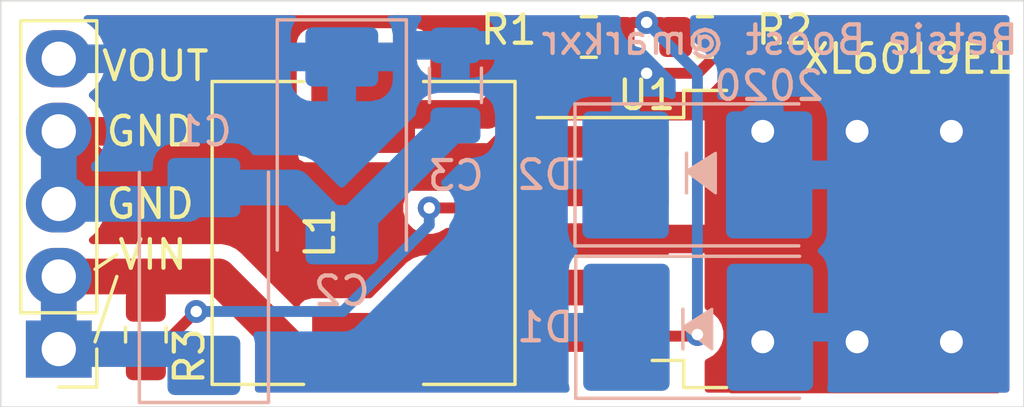
<source format=kicad_pcb>
(kicad_pcb (version 20190907) (host pcbnew "5.99.0-unknown-e6346c7~100~ubuntu18.04.1")

  (general
    (thickness 1.6)
    (drawings 21)
    (tracks 67)
    (modules 11)
    (nets 7)
  )

  (page "A4")
  (title_block
    (title "Betsie Boost")
    (date "2020-01-06")
    (rev "1")
    (company "Mark Robson")
  )

  (layers
    (0 "F.Cu" signal hide)
    (31 "B.Cu" signal)
    (32 "B.Adhes" user hide)
    (33 "F.Adhes" user hide)
    (34 "B.Paste" user)
    (35 "F.Paste" user hide)
    (36 "B.SilkS" user)
    (37 "F.SilkS" user hide)
    (38 "B.Mask" user)
    (39 "F.Mask" user hide)
    (40 "Dwgs.User" user hide)
    (41 "Cmts.User" user hide)
    (42 "Eco1.User" user hide)
    (43 "Eco2.User" user hide)
    (44 "Edge.Cuts" user)
    (45 "Margin" user hide)
    (46 "B.CrtYd" user)
    (47 "F.CrtYd" user hide)
    (48 "B.Fab" user)
    (49 "F.Fab" user hide)
  )

  (setup
    (last_trace_width 0.381)
    (user_trace_width 0.8)
    (user_trace_width 1)
    (user_trace_width 1.25)
    (trace_clearance 0.2)
    (zone_clearance 0.508)
    (zone_45_only no)
    (trace_min 0.2)
    (via_size 0.8)
    (via_drill 0.4)
    (via_min_size 0.4)
    (via_min_drill 0.3)
    (user_via 2 0.8)
    (uvia_size 0.3)
    (uvia_drill 0.1)
    (uvias_allowed no)
    (uvia_min_size 0.2)
    (uvia_min_drill 0.1)
    (max_error 0.005)
    (defaults
      (edge_clearance 0.01)
      (edge_cuts_line_width 0.05)
      (courtyard_line_width 0.05)
      (copper_line_width 0.2)
      (copper_text_dims (size 1.5 1.5) (thickness 0.3))
      (silk_line_width 0.12)
      (silk_text_dims (size 1 1) (thickness 0.15))
      (other_layers_line_width 0.1)
      (other_layers_text_dims (size 1 1) (thickness 0.15))
    )
    (pad_size 1.524 1.524)
    (pad_drill 0.762)
    (pad_to_mask_clearance 0.051)
    (solder_mask_min_width 0.25)
    (aux_axis_origin 0 0)
    (grid_origin 114.3 109.474)
    (visible_elements 7FFFFFFF)
    (pcbplotparams
      (layerselection 0x010fc_ffffffff)
      (usegerberextensions false)
      (usegerberattributes false)
      (usegerberadvancedattributes false)
      (creategerberjobfile false)
      (excludeedgelayer true)
      (linewidth 0.100000)
      (plotframeref false)
      (viasonmask false)
      (mode 1)
      (useauxorigin false)
      (hpglpennumber 1)
      (hpglpenspeed 20)
      (hpglpendiameter 15.000000)
      (psnegative false)
      (psa4output false)
      (plotreference true)
      (plotvalue true)
      (plotinvisibletext false)
      (padsonsilk false)
      (subtractmaskfromsilk false)
      (outputformat 1)
      (mirror false)
      (drillshape 1)
      (scaleselection 1)
      (outputdirectory "")
    )
  )

  (net 0 "")
  (net 1 "GND")
  (net 2 "/VIN")
  (net 3 "/VOUT")
  (net 4 "/SW")
  (net 5 "/FB")
  (net 6 "/EN")

  (net_class "Default" "This is the default net class."
    (clearance 0.2)
    (trace_width 0.381)
    (via_dia 0.8)
    (via_drill 0.4)
    (uvia_dia 0.3)
    (uvia_drill 0.1)
    (add_net "/EN")
    (add_net "/FB")
    (add_net "/SW")
    (add_net "/VIN")
    (add_net "/VOUT")
    (add_net "GND")
  )

  (module "Capacitor_SMD:C_1206_3216Metric" (layer "B.Cu") (tedit 5B301BBE) (tstamp 5E131FE0)
    (at 130.21564 98.21118 -90)
    (descr "Capacitor SMD 1206 (3216 Metric), square (rectangular) end terminal, IPC_7351 nominal, (Body size source: http://www.tortai-tech.com/upload/download/2011102023233369053.pdf), generated with kicad-footprint-generator")
    (tags "capacitor")
    (path "/5E1335E7")
    (attr smd)
    (fp_text reference "C3" (at 3.16022 -0.01524) (layer "B.SilkS")
      (effects (font (size 1 1) (thickness 0.15)) (justify mirror))
    )
    (fp_text value "10uF" (at 0 -1.82 -90) (layer "B.Fab")
      (effects (font (size 1 1) (thickness 0.15)) (justify mirror))
    )
    (fp_text user "%R" (at 0 0 -90) (layer "B.Fab")
      (effects (font (size 0.8 0.8) (thickness 0.12)) (justify mirror))
    )
    (fp_line (start 2.28 -1.12) (end -2.28 -1.12) (layer "B.CrtYd") (width 0.05))
    (fp_line (start 2.28 1.12) (end 2.28 -1.12) (layer "B.CrtYd") (width 0.05))
    (fp_line (start -2.28 1.12) (end 2.28 1.12) (layer "B.CrtYd") (width 0.05))
    (fp_line (start -2.28 -1.12) (end -2.28 1.12) (layer "B.CrtYd") (width 0.05))
    (fp_line (start -0.602064 -0.91) (end 0.602064 -0.91) (layer "B.SilkS") (width 0.12))
    (fp_line (start -0.602064 0.91) (end 0.602064 0.91) (layer "B.SilkS") (width 0.12))
    (fp_line (start 1.6 -0.8) (end -1.6 -0.8) (layer "B.Fab") (width 0.1))
    (fp_line (start 1.6 0.8) (end 1.6 -0.8) (layer "B.Fab") (width 0.1))
    (fp_line (start -1.6 0.8) (end 1.6 0.8) (layer "B.Fab") (width 0.1))
    (fp_line (start -1.6 -0.8) (end -1.6 0.8) (layer "B.Fab") (width 0.1))
    (pad "2" smd roundrect (at 1.4 0 270) (size 1.25 1.75) (layers "B.Cu" "B.Paste" "B.Mask") (roundrect_rratio 0.2)
      (net 1 "GND"))
    (pad "1" smd roundrect (at -1.4 0 270) (size 1.25 1.75) (layers "B.Cu" "B.Paste" "B.Mask") (roundrect_rratio 0.2)
      (net 3 "/VOUT"))
    (model "${KISYS3DMOD}/Capacitor_SMD.3dshapes/C_1206_3216Metric.wrl"
      (at (xyz 0 0 0))
      (scale (xyz 1 1 1))
      (rotate (xyz 0 0 0))
    )
  )

  (module "Diode_SMD:D_2816_7142Metric" (layer "B.Cu") (tedit 5B341557) (tstamp 5D2CC3DA)
    (at 138.684 101.346)
    (descr "Diode SMD 2816 (7142 Metric), square (rectangular) end terminal, IPC_7351 nominal, (Body size from: https://www.vishay.com/docs/30100/wsl.pdf), generated with kicad-footprint-generator")
    (tags "diode")
    (path "/5D2C77C8")
    (attr smd)
    (fp_text reference "D2" (at -5.334 0) (layer "B.SilkS")
      (effects (font (size 1 1) (thickness 0.15)) (justify mirror))
    )
    (fp_text value "SS420C" (at 0 -3.18) (layer "B.Fab")
      (effects (font (size 1 1) (thickness 0.15)) (justify mirror))
    )
    (fp_text user "%R" (at 0 0) (layer "B.Fab")
      (effects (font (size 1 1) (thickness 0.15)) (justify mirror))
    )
    (fp_line (start 4.28 -2.48) (end -4.28 -2.48) (layer "B.CrtYd") (width 0.05))
    (fp_line (start 4.28 2.48) (end 4.28 -2.48) (layer "B.CrtYd") (width 0.05))
    (fp_line (start -4.28 2.48) (end 4.28 2.48) (layer "B.CrtYd") (width 0.05))
    (fp_line (start -4.28 -2.48) (end -4.28 2.48) (layer "B.CrtYd") (width 0.05))
    (fp_line (start -4.285 -2.485) (end 3.55 -2.485) (layer "B.SilkS") (width 0.12))
    (fp_line (start -4.285 2.485) (end -4.285 -2.485) (layer "B.SilkS") (width 0.12))
    (fp_line (start 3.55 2.485) (end -4.285 2.485) (layer "B.SilkS") (width 0.12))
    (fp_line (start 3.55 -2.1) (end 3.55 2.1) (layer "B.Fab") (width 0.1))
    (fp_line (start -3.55 -2.1) (end 3.55 -2.1) (layer "B.Fab") (width 0.1))
    (fp_line (start -3.55 1.1) (end -3.55 -2.1) (layer "B.Fab") (width 0.1))
    (fp_line (start -2.55 2.1) (end -3.55 1.1) (layer "B.Fab") (width 0.1))
    (fp_line (start 3.55 2.1) (end -2.55 2.1) (layer "B.Fab") (width 0.1))
    (pad "2" smd roundrect (at 2.5125 0) (size 3.025 4.45) (layers "B.Cu" "B.Paste" "B.Mask") (roundrect_rratio 0.082645)
      (net 4 "/SW"))
    (pad "1" smd roundrect (at -2.5125 0) (size 3.025 4.45) (layers "B.Cu" "B.Paste" "B.Mask") (roundrect_rratio 0.082645)
      (net 3 "/VOUT"))
    (model "${KISYS3DMOD}/Diode_SMD.3dshapes/D_2816_7142Metric.wrl"
      (at (xyz 0 0 0))
      (scale (xyz 1 1 1))
      (rotate (xyz 0 0 0))
    )
  )

  (module "Diode_SMD:D_2816_7142Metric" (layer "B.Cu") (tedit 5B341557) (tstamp 5D2CC716)
    (at 138.7115 106.68)
    (descr "Diode SMD 2816 (7142 Metric), square (rectangular) end terminal, IPC_7351 nominal, (Body size from: https://www.vishay.com/docs/30100/wsl.pdf), generated with kicad-footprint-generator")
    (tags "diode")
    (path "/5D290329")
    (attr smd)
    (fp_text reference "D1" (at -5.3615 0) (layer "B.SilkS")
      (effects (font (size 1 1) (thickness 0.15)) (justify mirror))
    )
    (fp_text value "SS420C" (at 0 -3.18) (layer "B.Fab")
      (effects (font (size 1 1) (thickness 0.15)) (justify mirror))
    )
    (fp_text user "%R" (at 0 0) (layer "B.Fab")
      (effects (font (size 1 1) (thickness 0.15)) (justify mirror))
    )
    (fp_line (start 4.28 -2.48) (end -4.28 -2.48) (layer "B.CrtYd") (width 0.05))
    (fp_line (start 4.28 2.48) (end 4.28 -2.48) (layer "B.CrtYd") (width 0.05))
    (fp_line (start -4.28 2.48) (end 4.28 2.48) (layer "B.CrtYd") (width 0.05))
    (fp_line (start -4.28 -2.48) (end -4.28 2.48) (layer "B.CrtYd") (width 0.05))
    (fp_line (start -4.285 -2.485) (end 3.55 -2.485) (layer "B.SilkS") (width 0.12))
    (fp_line (start -4.285 2.485) (end -4.285 -2.485) (layer "B.SilkS") (width 0.12))
    (fp_line (start 3.55 2.485) (end -4.285 2.485) (layer "B.SilkS") (width 0.12))
    (fp_line (start 3.55 -2.1) (end 3.55 2.1) (layer "B.Fab") (width 0.1))
    (fp_line (start -3.55 -2.1) (end 3.55 -2.1) (layer "B.Fab") (width 0.1))
    (fp_line (start -3.55 1.1) (end -3.55 -2.1) (layer "B.Fab") (width 0.1))
    (fp_line (start -2.55 2.1) (end -3.55 1.1) (layer "B.Fab") (width 0.1))
    (fp_line (start 3.55 2.1) (end -2.55 2.1) (layer "B.Fab") (width 0.1))
    (pad "2" smd roundrect (at 2.5125 0) (size 3.025 4.45) (layers "B.Cu" "B.Paste" "B.Mask") (roundrect_rratio 0.082645)
      (net 4 "/SW"))
    (pad "1" smd roundrect (at -2.5125 0) (size 3.025 4.45) (layers "B.Cu" "B.Paste" "B.Mask") (roundrect_rratio 0.082645)
      (net 3 "/VOUT"))
    (model "${KISYS3DMOD}/Diode_SMD.3dshapes/D_2816_7142Metric.wrl"
      (at (xyz 0 0 0))
      (scale (xyz 1 1 1))
      (rotate (xyz 0 0 0))
    )
  )

  (module "betsieboost:PinHeader_1x05_P2.54mm_BIG1" (layer "F.Cu") (tedit 5CA727DF) (tstamp 5D2B3871)
    (at 116.332 107.442 180)
    (descr "Through hole straight pin header, 1x05, 2.54mm pitch, single row")
    (tags "Through hole pin header THT 1x05 2.54mm single row")
    (path "/5D27F080")
    (fp_text reference "J1" (at -2.286 11.43 180) (layer "F.SilkS") hide
      (effects (font (size 1 1) (thickness 0.15)))
    )
    (fp_text value "Conn_01x03_Male" (at 0 12.49 180) (layer "F.Fab")
      (effects (font (size 1 1) (thickness 0.15)))
    )
    (fp_text user "%R" (at 0 5.08 270) (layer "F.Fab")
      (effects (font (size 1 1) (thickness 0.15)))
    )
    (fp_line (start 1.8 -1.8) (end -1.8 -1.8) (layer "F.CrtYd") (width 0.05))
    (fp_line (start 1.8 11.95) (end 1.8 -1.8) (layer "F.CrtYd") (width 0.05))
    (fp_line (start -1.8 11.95) (end 1.8 11.95) (layer "F.CrtYd") (width 0.05))
    (fp_line (start -1.8 -1.8) (end -1.8 11.95) (layer "F.CrtYd") (width 0.05))
    (fp_line (start -1.33 -1.33) (end 0 -1.33) (layer "F.SilkS") (width 0.12))
    (fp_line (start -1.33 0) (end -1.33 -1.33) (layer "F.SilkS") (width 0.12))
    (fp_line (start -1.33 1.27) (end 1.33 1.27) (layer "F.SilkS") (width 0.12))
    (fp_line (start 1.33 1.27) (end 1.33 11.49) (layer "F.SilkS") (width 0.12))
    (fp_line (start -1.33 1.27) (end -1.33 11.49) (layer "F.SilkS") (width 0.12))
    (fp_line (start -1.33 11.49) (end 1.33 11.49) (layer "F.SilkS") (width 0.12))
    (fp_line (start -1.27 -0.635) (end -0.635 -1.27) (layer "F.Fab") (width 0.1))
    (fp_line (start -1.27 11.43) (end -1.27 -0.635) (layer "F.Fab") (width 0.1))
    (fp_line (start 1.27 11.43) (end -1.27 11.43) (layer "F.Fab") (width 0.1))
    (fp_line (start 1.27 -1.27) (end 1.27 11.43) (layer "F.Fab") (width 0.1))
    (fp_line (start -0.635 -1.27) (end 1.27 -1.27) (layer "F.Fab") (width 0.1))
    (pad "5" thru_hole oval (at 0 10.16 180) (size 2.3 2) (drill 1.2) (layers *.Cu *.Mask)
      (net 3 "/VOUT"))
    (pad "4" thru_hole oval (at 0 7.62 180) (size 2.3 2) (drill 1.2) (layers *.Cu *.Mask)
      (net 1 "GND"))
    (pad "3" thru_hole oval (at 0 5.08 180) (size 2.3 2) (drill 1.2) (layers *.Cu *.Mask)
      (net 1 "GND"))
    (pad "2" thru_hole oval (at 0 2.54 180) (size 2.3 2) (drill 1.2) (layers *.Cu *.Mask)
      (net 2 "/VIN"))
    (pad "1" thru_hole rect (at 0 0 180) (size 2.3 2) (drill 1.2) (layers *.Cu *.Mask)
      (net 2 "/VIN"))
    (model "${KISYS3DMOD}/Connector_PinHeader_2.54mm.3dshapes/PinHeader_1x05_P2.54mm_Vertical.wrl"
      (at (xyz 0 0 0))
      (scale (xyz 1 1 1))
      (rotate (xyz 0 0 0))
    )
  )

  (module "Capacitor_Tantalum_SMD:CP_EIA-7343-30_AVX-N" (layer "B.Cu") (tedit 5B301BBE) (tstamp 5D2767BE)
    (at 126.238 100.33 -90)
    (descr "Tantalum Capacitor SMD AVX-N (7343-30 Metric), IPC_7351 nominal, (Body size from: http://www.kemet.com/Lists/ProductCatalog/Attachments/253/KEM_TC101_STD.pdf), generated with kicad-footprint-generator")
    (tags "capacitor tantalum")
    (path "/5D2812F2")
    (attr smd)
    (fp_text reference "C2" (at 5.08 0) (layer "B.SilkS")
      (effects (font (size 1 1) (thickness 0.15)) (justify mirror))
    )
    (fp_text value "47uF" (at 0 -3.1 -90) (layer "B.Fab")
      (effects (font (size 1 1) (thickness 0.15)) (justify mirror))
    )
    (fp_text user "%R" (at 0 0 -90) (layer "B.Fab")
      (effects (font (size 1 1) (thickness 0.15)) (justify mirror))
    )
    (fp_line (start 4.4 -2.4) (end -4.4 -2.4) (layer "B.CrtYd") (width 0.05))
    (fp_line (start 4.4 2.4) (end 4.4 -2.4) (layer "B.CrtYd") (width 0.05))
    (fp_line (start -4.4 2.4) (end 4.4 2.4) (layer "B.CrtYd") (width 0.05))
    (fp_line (start -4.4 -2.4) (end -4.4 2.4) (layer "B.CrtYd") (width 0.05))
    (fp_line (start -4.41 -2.26) (end 3.65 -2.26) (layer "B.SilkS") (width 0.12))
    (fp_line (start -4.41 2.26) (end -4.41 -2.26) (layer "B.SilkS") (width 0.12))
    (fp_line (start 3.65 2.26) (end -4.41 2.26) (layer "B.SilkS") (width 0.12))
    (fp_line (start 3.65 -2.15) (end 3.65 2.15) (layer "B.Fab") (width 0.1))
    (fp_line (start -3.65 -2.15) (end 3.65 -2.15) (layer "B.Fab") (width 0.1))
    (fp_line (start -3.65 1.15) (end -3.65 -2.15) (layer "B.Fab") (width 0.1))
    (fp_line (start -2.65 2.15) (end -3.65 1.15) (layer "B.Fab") (width 0.1))
    (fp_line (start 3.65 2.15) (end -2.65 2.15) (layer "B.Fab") (width 0.1))
    (pad "2" smd roundrect (at 3.1125 0 270) (size 2.075 2.55) (layers "B.Cu" "B.Paste" "B.Mask") (roundrect_rratio 0.120482)
      (net 1 "GND"))
    (pad "1" smd roundrect (at -3.1125 0 270) (size 2.075 2.55) (layers "B.Cu" "B.Paste" "B.Mask") (roundrect_rratio 0.120482)
      (net 3 "/VOUT"))
    (model "${KISYS3DMOD}/Capacitor_Tantalum_SMD.3dshapes/CP_EIA-7343-30_AVX-N.wrl"
      (at (xyz 0 0 0))
      (scale (xyz 1 1 1))
      (rotate (xyz 0 0 0))
    )
  )

  (module "Capacitor_Tantalum_SMD:CP_EIA-7343-30_AVX-N" (layer "B.Cu") (tedit 5B301BBE) (tstamp 5D2767AD)
    (at 121.412 104.902 90)
    (descr "Tantalum Capacitor SMD AVX-N (7343-30 Metric), IPC_7351 nominal, (Body size from: http://www.kemet.com/Lists/ProductCatalog/Attachments/253/KEM_TC101_STD.pdf), generated with kicad-footprint-generator")
    (tags "capacitor tantalum")
    (path "/5D273FB3")
    (attr smd)
    (fp_text reference "C1" (at 5.08 0 180) (layer "B.SilkS")
      (effects (font (size 1 1) (thickness 0.15)) (justify mirror))
    )
    (fp_text value "47uF" (at 0 -3.1 90) (layer "B.Fab")
      (effects (font (size 1 1) (thickness 0.15)) (justify mirror))
    )
    (fp_text user "%R" (at 0 0 90) (layer "B.Fab")
      (effects (font (size 1 1) (thickness 0.15)) (justify mirror))
    )
    (fp_line (start 4.4 -2.4) (end -4.4 -2.4) (layer "B.CrtYd") (width 0.05))
    (fp_line (start 4.4 2.4) (end 4.4 -2.4) (layer "B.CrtYd") (width 0.05))
    (fp_line (start -4.4 2.4) (end 4.4 2.4) (layer "B.CrtYd") (width 0.05))
    (fp_line (start -4.4 -2.4) (end -4.4 2.4) (layer "B.CrtYd") (width 0.05))
    (fp_line (start -4.41 -2.26) (end 3.65 -2.26) (layer "B.SilkS") (width 0.12))
    (fp_line (start -4.41 2.26) (end -4.41 -2.26) (layer "B.SilkS") (width 0.12))
    (fp_line (start 3.65 2.26) (end -4.41 2.26) (layer "B.SilkS") (width 0.12))
    (fp_line (start 3.65 -2.15) (end 3.65 2.15) (layer "B.Fab") (width 0.1))
    (fp_line (start -3.65 -2.15) (end 3.65 -2.15) (layer "B.Fab") (width 0.1))
    (fp_line (start -3.65 1.15) (end -3.65 -2.15) (layer "B.Fab") (width 0.1))
    (fp_line (start -2.65 2.15) (end -3.65 1.15) (layer "B.Fab") (width 0.1))
    (fp_line (start 3.65 2.15) (end -2.65 2.15) (layer "B.Fab") (width 0.1))
    (pad "2" smd roundrect (at 3.1125 0 90) (size 2.075 2.55) (layers "B.Cu" "B.Paste" "B.Mask") (roundrect_rratio 0.120482)
      (net 1 "GND"))
    (pad "1" smd roundrect (at -3.1125 0 90) (size 2.075 2.55) (layers "B.Cu" "B.Paste" "B.Mask") (roundrect_rratio 0.120482)
      (net 2 "/VIN"))
    (model "${KISYS3DMOD}/Capacitor_Tantalum_SMD.3dshapes/CP_EIA-7343-30_AVX-N.wrl"
      (at (xyz 0 0 0))
      (scale (xyz 1 1 1))
      (rotate (xyz 0 0 0))
    )
  )

  (module "Package_TO_SOT_SMD:TO-263-5_TabPin3" (layer "F.Cu") (tedit 5A70FBB6) (tstamp 5D276873)
    (at 141.154 103.59)
    (descr "TO-263 / D2PAK / DDPAK SMD package, http://www.infineon.com/cms/en/product/packages/PG-TO263/PG-TO263-5-1/")
    (tags "D2PAK DDPAK TO-263 D2PAK-5 TO-263-5 SOT-426")
    (path "/5D270AFE")
    (attr smd)
    (fp_text reference "U1" (at -4.248 -5.038) (layer "F.SilkS")
      (effects (font (size 1 1) (thickness 0.15)))
    )
    (fp_text value "XL6019E1" (at 0 6.65) (layer "F.Fab")
      (effects (font (size 1 1) (thickness 0.15)))
    )
    (fp_text user "%R" (at 0 0) (layer "F.Fab")
      (effects (font (size 1 1) (thickness 0.15)))
    )
    (fp_line (start 8.32 -5.65) (end -8.32 -5.65) (layer "F.CrtYd") (width 0.05))
    (fp_line (start 8.32 5.65) (end 8.32 -5.65) (layer "F.CrtYd") (width 0.05))
    (fp_line (start -8.32 5.65) (end 8.32 5.65) (layer "F.CrtYd") (width 0.05))
    (fp_line (start -8.32 -5.65) (end -8.32 5.65) (layer "F.CrtYd") (width 0.05))
    (fp_line (start -2.95 4.25) (end -4.05 4.25) (layer "F.SilkS") (width 0.12))
    (fp_line (start -2.95 5.2) (end -2.95 4.25) (layer "F.SilkS") (width 0.12))
    (fp_line (start -1.45 5.2) (end -2.95 5.2) (layer "F.SilkS") (width 0.12))
    (fp_line (start -2.95 -4.25) (end -8.075 -4.25) (layer "F.SilkS") (width 0.12))
    (fp_line (start -2.95 -5.2) (end -2.95 -4.25) (layer "F.SilkS") (width 0.12))
    (fp_line (start -1.45 -5.2) (end -2.95 -5.2) (layer "F.SilkS") (width 0.12))
    (fp_line (start -7.45 3.8) (end -2.75 3.8) (layer "F.Fab") (width 0.1))
    (fp_line (start -7.45 3) (end -7.45 3.8) (layer "F.Fab") (width 0.1))
    (fp_line (start -2.75 3) (end -7.45 3) (layer "F.Fab") (width 0.1))
    (fp_line (start -7.45 2.1) (end -2.75 2.1) (layer "F.Fab") (width 0.1))
    (fp_line (start -7.45 1.3) (end -7.45 2.1) (layer "F.Fab") (width 0.1))
    (fp_line (start -2.75 1.3) (end -7.45 1.3) (layer "F.Fab") (width 0.1))
    (fp_line (start -7.45 0.4) (end -2.75 0.4) (layer "F.Fab") (width 0.1))
    (fp_line (start -7.45 -0.4) (end -7.45 0.4) (layer "F.Fab") (width 0.1))
    (fp_line (start -2.75 -0.4) (end -7.45 -0.4) (layer "F.Fab") (width 0.1))
    (fp_line (start -7.45 -1.3) (end -2.75 -1.3) (layer "F.Fab") (width 0.1))
    (fp_line (start -7.45 -2.1) (end -7.45 -1.3) (layer "F.Fab") (width 0.1))
    (fp_line (start -2.75 -2.1) (end -7.45 -2.1) (layer "F.Fab") (width 0.1))
    (fp_line (start -7.45 -3) (end -2.75 -3) (layer "F.Fab") (width 0.1))
    (fp_line (start -7.45 -3.8) (end -7.45 -3) (layer "F.Fab") (width 0.1))
    (fp_line (start -2.75 -3.8) (end -7.45 -3.8) (layer "F.Fab") (width 0.1))
    (fp_line (start -1.75 -5) (end 6.5 -5) (layer "F.Fab") (width 0.1))
    (fp_line (start -2.75 -4) (end -1.75 -5) (layer "F.Fab") (width 0.1))
    (fp_line (start -2.75 5) (end -2.75 -4) (layer "F.Fab") (width 0.1))
    (fp_line (start 6.5 5) (end -2.75 5) (layer "F.Fab") (width 0.1))
    (fp_line (start 6.5 -5) (end 6.5 5) (layer "F.Fab") (width 0.1))
    (fp_line (start 7.5 5) (end 6.5 5) (layer "F.Fab") (width 0.1))
    (fp_line (start 7.5 -5) (end 7.5 5) (layer "F.Fab") (width 0.1))
    (fp_line (start 6.5 -5) (end 7.5 -5) (layer "F.Fab") (width 0.1))
    (pad "" smd rect (at 0.95 2.775) (size 4.55 5.25) (layers "F.Paste"))
    (pad "" smd rect (at 5.8 -2.775) (size 4.55 5.25) (layers "F.Paste"))
    (pad "" smd rect (at 0.95 -2.775) (size 4.55 5.25) (layers "F.Paste"))
    (pad "" smd rect (at 5.8 2.775) (size 4.55 5.25) (layers "F.Paste"))
    (pad "3" smd rect (at 3.375 0) (size 9.4 10.8) (layers "F.Cu" "F.Mask")
      (net 4 "/SW"))
    (pad "5" smd rect (at -5.775 3.4) (size 4.6 1.1) (layers "F.Cu" "F.Paste" "F.Mask")
      (net 5 "/FB"))
    (pad "4" smd rect (at -5.775 1.7) (size 4.6 1.1) (layers "F.Cu" "F.Paste" "F.Mask")
      (net 2 "/VIN"))
    (pad "3" smd rect (at -5.775 0) (size 4.6 1.1) (layers "F.Cu" "F.Paste" "F.Mask")
      (net 4 "/SW"))
    (pad "2" smd rect (at -5.775 -1.7) (size 4.6 1.1) (layers "F.Cu" "F.Paste" "F.Mask")
      (net 6 "/EN"))
    (pad "1" smd rect (at -5.775 -3.4) (size 4.6 1.1) (layers "F.Cu" "F.Paste" "F.Mask")
      (net 1 "GND"))
    (model "${KISYS3DMOD}/Package_TO_SOT_SMD.3dshapes/TO-263-5_TabPin3.wrl"
      (at (xyz 0 0 0))
      (scale (xyz 1 1 1))
      (rotate (xyz 0 0 0))
    )
  )

  (module "Resistor_SMD:R_0805_2012Metric_Pad1.15x1.40mm_HandSolder" (layer "F.Cu") (tedit 5B36C52B) (tstamp 5D279B73)
    (at 119.38 106.934 90)
    (descr "Resistor SMD 0805 (2012 Metric), square (rectangular) end terminal, IPC_7351 nominal with elongated pad for handsoldering. (Body size source: https://docs.google.com/spreadsheets/d/1BsfQQcO9C6DZCsRaXUlFlo91Tg2WpOkGARC1WS5S8t0/edit?usp=sharing), generated with kicad-footprint-generator")
    (tags "resistor handsolder")
    (path "/5D274F6F")
    (attr smd)
    (fp_text reference "R3" (at -0.762 1.524 90) (layer "F.SilkS")
      (effects (font (size 1 1) (thickness 0.15)))
    )
    (fp_text value "10k" (at 0 1.65 90) (layer "F.Fab")
      (effects (font (size 1 1) (thickness 0.15)))
    )
    (fp_text user "%R" (at 0 0 90) (layer "F.Fab")
      (effects (font (size 0.5 0.5) (thickness 0.08)))
    )
    (fp_line (start 1.85 0.95) (end -1.85 0.95) (layer "F.CrtYd") (width 0.05))
    (fp_line (start 1.85 -0.95) (end 1.85 0.95) (layer "F.CrtYd") (width 0.05))
    (fp_line (start -1.85 -0.95) (end 1.85 -0.95) (layer "F.CrtYd") (width 0.05))
    (fp_line (start -1.85 0.95) (end -1.85 -0.95) (layer "F.CrtYd") (width 0.05))
    (fp_line (start -0.261252 0.71) (end 0.261252 0.71) (layer "F.SilkS") (width 0.12))
    (fp_line (start -0.261252 -0.71) (end 0.261252 -0.71) (layer "F.SilkS") (width 0.12))
    (fp_line (start 1 0.6) (end -1 0.6) (layer "F.Fab") (width 0.1))
    (fp_line (start 1 -0.6) (end 1 0.6) (layer "F.Fab") (width 0.1))
    (fp_line (start -1 -0.6) (end 1 -0.6) (layer "F.Fab") (width 0.1))
    (fp_line (start -1 0.6) (end -1 -0.6) (layer "F.Fab") (width 0.1))
    (pad "2" smd roundrect (at 1.025 0 90) (size 1.15 1.4) (layers "F.Cu" "F.Paste" "F.Mask") (roundrect_rratio 0.217391)
      (net 2 "/VIN"))
    (pad "1" smd roundrect (at -1.025 0 90) (size 1.15 1.4) (layers "F.Cu" "F.Paste" "F.Mask") (roundrect_rratio 0.217391)
      (net 6 "/EN"))
    (model "${KISYS3DMOD}/Resistor_SMD.3dshapes/R_0805_2012Metric.wrl"
      (at (xyz 0 0 0))
      (scale (xyz 1 1 1))
      (rotate (xyz 0 0 0))
    )
  )

  (module "Resistor_SMD:R_0805_2012Metric_Pad1.15x1.40mm_HandSolder" (layer "F.Cu") (tedit 5B36C52B) (tstamp 5D276B92)
    (at 138.947 96.52 180)
    (descr "Resistor SMD 0805 (2012 Metric), square (rectangular) end terminal, IPC_7351 nominal with elongated pad for handsoldering. (Body size source: https://docs.google.com/spreadsheets/d/1BsfQQcO9C6DZCsRaXUlFlo91Tg2WpOkGARC1WS5S8t0/edit?usp=sharing), generated with kicad-footprint-generator")
    (tags "resistor handsolder")
    (path "/5D2777F6")
    (attr smd)
    (fp_text reference "R2" (at -2.785 0.254 180) (layer "F.SilkS")
      (effects (font (size 1 1) (thickness 0.15)))
    )
    (fp_text value "12k" (at 0 1.65 180) (layer "F.Fab")
      (effects (font (size 1 1) (thickness 0.15)))
    )
    (fp_text user "%R" (at 0 0 180) (layer "F.Fab")
      (effects (font (size 0.5 0.5) (thickness 0.08)))
    )
    (fp_line (start 1.85 0.95) (end -1.85 0.95) (layer "F.CrtYd") (width 0.05))
    (fp_line (start 1.85 -0.95) (end 1.85 0.95) (layer "F.CrtYd") (width 0.05))
    (fp_line (start -1.85 -0.95) (end 1.85 -0.95) (layer "F.CrtYd") (width 0.05))
    (fp_line (start -1.85 0.95) (end -1.85 -0.95) (layer "F.CrtYd") (width 0.05))
    (fp_line (start -0.261252 0.71) (end 0.261252 0.71) (layer "F.SilkS") (width 0.12))
    (fp_line (start -0.261252 -0.71) (end 0.261252 -0.71) (layer "F.SilkS") (width 0.12))
    (fp_line (start 1 0.6) (end -1 0.6) (layer "F.Fab") (width 0.1))
    (fp_line (start 1 -0.6) (end 1 0.6) (layer "F.Fab") (width 0.1))
    (fp_line (start -1 -0.6) (end 1 -0.6) (layer "F.Fab") (width 0.1))
    (fp_line (start -1 0.6) (end -1 -0.6) (layer "F.Fab") (width 0.1))
    (pad "2" smd roundrect (at 1.025 0 180) (size 1.15 1.4) (layers "F.Cu" "F.Paste" "F.Mask") (roundrect_rratio 0.217391)
      (net 5 "/FB"))
    (pad "1" smd roundrect (at -1.025 0 180) (size 1.15 1.4) (layers "F.Cu" "F.Paste" "F.Mask") (roundrect_rratio 0.217391)
      (net 3 "/VOUT"))
    (model "${KISYS3DMOD}/Resistor_SMD.3dshapes/R_0805_2012Metric.wrl"
      (at (xyz 0 0 0))
      (scale (xyz 1 1 1))
      (rotate (xyz 0 0 0))
    )
  )

  (module "Resistor_SMD:R_0805_2012Metric_Pad1.15x1.40mm_HandSolder" (layer "F.Cu") (tedit 5B36C52B) (tstamp 5D276821)
    (at 134.883 96.52 180)
    (descr "Resistor SMD 0805 (2012 Metric), square (rectangular) end terminal, IPC_7351 nominal with elongated pad for handsoldering. (Body size source: https://docs.google.com/spreadsheets/d/1BsfQQcO9C6DZCsRaXUlFlo91Tg2WpOkGARC1WS5S8t0/edit?usp=sharing), generated with kicad-footprint-generator")
    (tags "resistor handsolder")
    (path "/5D2779BD")
    (attr smd)
    (fp_text reference "R1" (at 2.803 0.254 180) (layer "F.SilkS")
      (effects (font (size 1 1) (thickness 0.15)))
    )
    (fp_text value "1k" (at 0 1.65 180) (layer "F.Fab")
      (effects (font (size 1 1) (thickness 0.15)))
    )
    (fp_text user "%R" (at 0 0 180) (layer "F.Fab")
      (effects (font (size 0.5 0.5) (thickness 0.08)))
    )
    (fp_line (start 1.85 0.95) (end -1.85 0.95) (layer "F.CrtYd") (width 0.05))
    (fp_line (start 1.85 -0.95) (end 1.85 0.95) (layer "F.CrtYd") (width 0.05))
    (fp_line (start -1.85 -0.95) (end 1.85 -0.95) (layer "F.CrtYd") (width 0.05))
    (fp_line (start -1.85 0.95) (end -1.85 -0.95) (layer "F.CrtYd") (width 0.05))
    (fp_line (start -0.261252 0.71) (end 0.261252 0.71) (layer "F.SilkS") (width 0.12))
    (fp_line (start -0.261252 -0.71) (end 0.261252 -0.71) (layer "F.SilkS") (width 0.12))
    (fp_line (start 1 0.6) (end -1 0.6) (layer "F.Fab") (width 0.1))
    (fp_line (start 1 -0.6) (end 1 0.6) (layer "F.Fab") (width 0.1))
    (fp_line (start -1 -0.6) (end 1 -0.6) (layer "F.Fab") (width 0.1))
    (fp_line (start -1 0.6) (end -1 -0.6) (layer "F.Fab") (width 0.1))
    (pad "2" smd roundrect (at 1.025 0 180) (size 1.15 1.4) (layers "F.Cu" "F.Paste" "F.Mask") (roundrect_rratio 0.217391)
      (net 1 "GND"))
    (pad "1" smd roundrect (at -1.025 0 180) (size 1.15 1.4) (layers "F.Cu" "F.Paste" "F.Mask") (roundrect_rratio 0.217391)
      (net 5 "/FB"))
    (model "${KISYS3DMOD}/Resistor_SMD.3dshapes/R_0805_2012Metric.wrl"
      (at (xyz 0 0 0))
      (scale (xyz 1 1 1))
      (rotate (xyz 0 0 0))
    )
  )

  (module "Inductor_SMD:L_10.4x10.4_H4.8" (layer "F.Cu") (tedit 5990349B) (tstamp 5D2CD289)
    (at 127 103.378 90)
    (descr "Choke, SMD, 10.4x10.4mm 4.8mm height")
    (tags "Choke SMD")
    (path "/5D2727D5")
    (attr smd)
    (fp_text reference "L1" (at 0 -1.524 90) (layer "F.SilkS")
      (effects (font (size 1 1) (thickness 0.15)))
    )
    (fp_text value "47uH" (at 0 6.35 90) (layer "F.Fab")
      (effects (font (size 1 1) (thickness 0.15)))
    )
    (fp_arc (start 0 0) (end -3.17 -3.17) (angle 90) (layer "F.Fab") (width 0.1))
    (fp_arc (start 0 0) (end 3.17 3.17) (angle 90) (layer "F.Fab") (width 0.1))
    (fp_line (start -5.2 5.2) (end 5.2 5.2) (layer "F.Fab") (width 0.1))
    (fp_line (start -5.2 -5.2) (end 5.2 -5.2) (layer "F.Fab") (width 0.1))
    (fp_line (start -5.2 5.2) (end -5.2 2.1) (layer "F.Fab") (width 0.1))
    (fp_line (start 5.2 5.2) (end 5.2 2.1) (layer "F.Fab") (width 0.1))
    (fp_line (start -5.2 -5.2) (end -5.2 -2.1) (layer "F.Fab") (width 0.1))
    (fp_line (start 5.2 -5.2) (end 5.2 -2.1) (layer "F.Fab") (width 0.1))
    (fp_line (start 5.75 -5.45) (end -5.75 -5.45) (layer "F.CrtYd") (width 0.05))
    (fp_line (start 5.75 5.45) (end 5.75 -5.45) (layer "F.CrtYd") (width 0.05))
    (fp_line (start -5.75 5.45) (end 5.75 5.45) (layer "F.CrtYd") (width 0.05))
    (fp_line (start -5.75 -5.45) (end -5.75 5.45) (layer "F.CrtYd") (width 0.05))
    (fp_line (start 5.3 -5.3) (end 5.3 -2.1) (layer "F.SilkS") (width 0.12))
    (fp_line (start -5.3 -5.3) (end 5.3 -5.3) (layer "F.SilkS") (width 0.12))
    (fp_line (start -5.3 -2.1) (end -5.3 -5.3) (layer "F.SilkS") (width 0.12))
    (fp_line (start -5.3 5.3) (end -5.3 2.1) (layer "F.SilkS") (width 0.12))
    (fp_line (start 5.3 5.3) (end -5.3 5.3) (layer "F.SilkS") (width 0.12))
    (fp_line (start 5.3 2.1) (end 5.3 5.3) (layer "F.SilkS") (width 0.12))
    (fp_text user "%R" (at 0 0 90) (layer "F.Fab")
      (effects (font (size 1 1) (thickness 0.15)))
    )
    (pad "2" smd rect (at 4.15 0 90) (size 2.7 3.6) (layers "F.Cu" "F.Paste" "F.Mask")
      (net 4 "/SW"))
    (pad "1" smd rect (at -4.15 0 90) (size 2.7 3.6) (layers "F.Cu" "F.Paste" "F.Mask")
      (net 2 "/VIN"))
    (model "${KISYS3DMOD}/Inductor_SMD.3dshapes/L_10.4x10.4_H4.8.wrl"
      (at (xyz 0 0 0))
      (scale (xyz 1 1 1))
      (rotate (xyz 0 0 0))
    )
  )

  (gr_poly (pts (xy 139.192 107.442) (xy 138.176 106.68) (xy 139.192 106.045)) (layer "B.SilkS") (width 0.1) (tstamp 5E1322E7))
  (gr_line (start 138.176 106.045) (end 138.176 107.442) (layer "B.SilkS") (width 0.12) (tstamp 5E1322E6))
  (gr_line (start 138.303 100.584) (end 138.303 101.981) (layer "B.SilkS") (width 0.12))
  (gr_poly (pts (xy 139.319 101.981) (xy 138.303 101.219) (xy 139.319 100.584)) (layer "B.SilkS") (width 0.1))
  (dimension 13.208 (width 0.15) (layer "Eco1.User")
    (gr_text "13.208 mm" (at 133.634 102.616 270) (layer "Eco1.User")
      (effects (font (size 1 1) (thickness 0.15)))
    )
    (feature1 (pts (xy 121.158 109.22) (xy 132.920421 109.22)))
    (feature2 (pts (xy 121.158 96.012) (xy 132.920421 96.012)))
    (crossbar (pts (xy 132.334 96.012) (xy 132.334 109.22)))
    (arrow1a (pts (xy 132.334 109.22) (xy 131.747579 108.093496)))
    (arrow1b (pts (xy 132.334 109.22) (xy 132.920421 108.093496)))
    (arrow2a (pts (xy 132.334 96.012) (xy 131.747579 97.138504)))
    (arrow2b (pts (xy 132.334 96.012) (xy 132.920421 97.138504)))
  )
  (gr_poly (pts (xy 125.222 98.806) (xy 125.222 96.774) (xy 128.778 96.774) (xy 128.778 98.806)) (layer "F.Mask") (width 0.1) (tstamp 5D2D7875))
  (gr_poly (pts (xy 125.222 98.806) (xy 125.222 96.774) (xy 128.778 96.774) (xy 128.778 98.806)) (layer "F.Cu") (width 0.1))
  (gr_line (start 118.364 104.14) (end 117.602 104.648) (layer "F.SilkS") (width 0.12))
  (gr_line (start 117.602 107.188) (end 118.364 104.902) (layer "F.SilkS") (width 0.12))
  (gr_text "VIN" (at 120.904 104.14) (layer "F.SilkS") (tstamp 5D2B3B4E)
    (effects (font (size 1 1) (thickness 0.15)) (justify right))
  )
  (gr_text "GND" (at 121.158 99.822) (layer "F.SilkS") (tstamp 5D27B16B)
    (effects (font (size 1 1) (thickness 0.15)) (justify right))
  )
  (gr_text "XL6019E1" (at 146.05 97.282) (layer "F.SilkS")
    (effects (font (size 1 1) (thickness 0.15)))
  )
  (gr_text "GND" (at 121.158 102.362) (layer "F.SilkS") (tstamp 5D27BADA)
    (effects (font (size 1 1) (thickness 0.15)) (justify right))
  )
  (gr_text "VOUT" (at 121.666 97.536) (layer "F.SilkS")
    (effects (font (size 1 1) (thickness 0.15)) (justify right))
  )
  (gr_text "Betsie Boost @markxr \n2020" (at 141.1859 97.42678) (layer "B.SilkS")
    (effects (font (size 1 1) (thickness 0.15)) (justify mirror))
  )
  (dimension 14.224 (width 0.12) (layer "F.SilkS")
    (gr_text "14.224 mm" (at 154.94 102.362 270) (layer "F.SilkS")
      (effects (font (size 1 1) (thickness 0.15)))
    )
    (feature1 (pts (xy 151.638 109.474) (xy 154.256421 109.474)))
    (feature2 (pts (xy 151.638 95.25) (xy 154.256421 95.25)))
    (crossbar (pts (xy 153.67 95.25) (xy 153.67 109.474)))
    (arrow1a (pts (xy 153.67 109.474) (xy 153.083579 108.347496)))
    (arrow1b (pts (xy 153.67 109.474) (xy 154.256421 108.347496)))
    (arrow2a (pts (xy 153.67 95.25) (xy 153.083579 96.376504)))
    (arrow2b (pts (xy 153.67 95.25) (xy 154.256421 96.376504)))
  )
  (dimension 35.814 (width 0.12) (layer "F.SilkS")
    (gr_text "35.814 mm" (at 132.207 89.408) (layer "F.SilkS")
      (effects (font (size 1 1) (thickness 0.15)))
    )
    (feature1 (pts (xy 150.114 93.472) (xy 150.114 90.091579)))
    (feature2 (pts (xy 114.3 93.472) (xy 114.3 90.091579)))
    (crossbar (pts (xy 114.3 90.678) (xy 150.114 90.678)))
    (arrow1a (pts (xy 150.114 90.678) (xy 148.987496 91.264421)))
    (arrow1b (pts (xy 150.114 90.678) (xy 148.987496 90.091579)))
    (arrow2a (pts (xy 114.3 90.678) (xy 115.426504 91.264421)))
    (arrow2b (pts (xy 114.3 90.678) (xy 115.426504 90.091579)))
  )
  (gr_line (start 114.3 109.474) (end 114.3 95.25) (layer "Edge.Cuts") (width 0.05) (tstamp 5D279D92))
  (gr_line (start 150.114 109.474) (end 114.3 109.474) (layer "Edge.Cuts") (width 0.05))
  (gr_line (start 150.114 95.25) (end 150.114 109.474) (layer "Edge.Cuts") (width 0.05))
  (gr_line (start 114.3 95.25) (end 150.114 95.25) (layer "Edge.Cuts") (width 0.05))

  (segment (start 116.332 99.822) (end 116.332 99.816) (width 1) (layer "F.Cu") (net 1) (status 30))
  (segment (start 116.332 99.822) (end 117.913001 101.403001) (width 1.25) (layer "F.Cu") (net 1))
  (segment (start 120.598001 101.512001) (end 120.707001 101.403001) (width 1.25) (layer "F.Cu") (net 1))
  (segment (start 117.181999 101.512001) (end 120.598001 101.512001) (width 1.25) (layer "F.Cu") (net 1))
  (segment (start 116.332 102.362) (end 117.181999 101.512001) (width 1.25) (layer "F.Cu") (net 1))
  (segment (start 117.913001 101.403001) (end 120.707001 101.403001) (width 1.25) (layer "F.Cu") (net 1))
  (segment (start 120.707001 101.403001) (end 124.539999 101.403001) (width 1.25) (layer "F.Cu") (net 1))
  (segment (start 116.332 102.362) (end 116.332 99.822) (width 1.25) (layer "B.Cu") (net 1))
  (segment (start 120.8395 102.362) (end 121.412 101.7895) (width 1.25) (layer "B.Cu") (net 1))
  (segment (start 116.332 102.362) (end 120.8395 102.362) (width 1.25) (layer "B.Cu") (net 1))
  (segment (start 124.585 101.7895) (end 126.238 103.4425) (width 1.25) (layer "B.Cu") (net 1))
  (segment (start 121.412 101.7895) (end 124.585 101.7895) (width 1.25) (layer "B.Cu") (net 1))
  (segment (start 132.079 100.19) (end 135.379 100.19) (width 1) (layer "F.Cu") (net 1))
  (segment (start 130.865999 101.403001) (end 132.079 100.19) (width 1) (layer "F.Cu") (net 1))
  (segment (start 124.539999 101.403001) (end 130.865999 101.403001) (width 1) (layer "F.Cu") (net 1))
  (segment (start 116.332 104.902) (end 116.332 104.9665) (width 1.25) (layer "B.Cu") (net 2) (status 30))
  (segment (start 129.238 105.29) (end 135.379 105.29) (width 1.25) (layer "F.Cu") (net 2))
  (segment (start 127 107.528) (end 129.238 105.29) (width 1.25) (layer "F.Cu") (net 2))
  (segment (start 121.92 104.902) (end 124.587 107.569) (width 1.25) (layer "F.Cu") (net 2))
  (segment (start 126.959 107.569) (end 127 107.528) (width 1.25) (layer "F.Cu") (net 2))
  (segment (start 124.587 107.569) (end 126.959 107.569) (width 1.25) (layer "F.Cu") (net 2))
  (segment (start 116.332 107.442) (end 116.332 104.902) (width 1.25) (layer "B.Cu") (net 2))
  (segment (start 116.332 104.902) (end 116.332 107.442) (width 1.25) (layer "F.Cu") (net 2))
  (segment (start 119.38 105.234) (end 119.38 104.902) (width 0.381) (layer "F.Cu") (net 2))
  (segment (start 119.38 105.909) (end 119.38 105.234) (width 0.381) (layer "F.Cu") (net 2))
  (segment (start 116.332 104.902) (end 119.38 104.902) (width 1.25) (layer "F.Cu") (net 2))
  (segment (start 119.38 104.902) (end 121.92 104.902) (width 1.25) (layer "F.Cu") (net 2))
  (segment (start 120.8395 107.442) (end 121.412 108.0145) (width 1.25) (layer "B.Cu") (net 2))
  (segment (start 116.332 107.442) (end 120.8395 107.442) (width 1.25) (layer "B.Cu") (net 2))
  (segment (start 136.906 99.682) (end 135.515 101.073) (width 0.381) (layer "B.Cu") (net 3) (status 20))
  (segment (start 138.702 97.79) (end 136.906 97.79) (width 0.381) (layer "F.Cu") (net 3))
  (segment (start 139.972 96.52) (end 138.702 97.79) (width 0.381) (layer "F.Cu") (net 3) (status 10))
  (via (at 136.906 97.79) (size 0.8) (drill 0.4) (layers "F.Cu" "B.Cu") (net 3))
  (via (at 140.97 107.188) (size 2) (drill 0.8) (layers "F.Cu" "B.Cu") (net 4))
  (segment (start 139.878999 98.939999) (end 144.529 103.59) (width 1) (layer "F.Cu") (net 4) (status 30))
  (segment (start 131.631931 98.939999) (end 139.878999 98.939999) (width 1) (layer "F.Cu") (net 4) (status 20))
  (segment (start 127 99.228) (end 131.34393 99.228) (width 1) (layer "F.Cu") (net 4) (status 10))
  (segment (start 131.34393 99.228) (end 131.631931 98.939999) (width 1) (layer "F.Cu") (net 4))
  (segment (start 135.379 103.59) (end 144.529 103.59) (width 1) (layer "F.Cu") (net 4) (status 30))
  (via (at 144.272 107.188) (size 2) (drill 0.8) (layers "F.Cu" "B.Cu") (net 4) (tstamp 5D27B82C))
  (via (at 147.574 107.188) (size 2) (drill 0.8) (layers "F.Cu" "B.Cu") (net 4) (tstamp 5D27B82E))
  (via (at 144.272 99.822) (size 2) (drill 0.8) (layers "F.Cu" "B.Cu") (net 4) (tstamp 5D27B9AE))
  (via (at 147.574 99.822) (size 2) (drill 0.8) (layers "F.Cu" "B.Cu") (net 4) (tstamp 5D27B9AF))
  (via (at 140.97 99.822) (size 2) (drill 0.8) (layers "F.Cu" "B.Cu") (net 4) (tstamp 5D27B9B0))
  (via (at 138.684 106.934) (size 0.8) (drill 0.4) (layers "F.Cu" "B.Cu") (net 5))
  (segment (start 135.379 106.99) (end 138.628 106.99) (width 0.381) (layer "F.Cu") (net 5) (status 10))
  (segment (start 138.628 106.99) (end 138.684 106.934) (width 0.381) (layer "F.Cu") (net 5))
  (via (at 136.906 96.012) (size 0.8) (drill 0.4) (layers "F.Cu" "B.Cu") (net 5))
  (segment (start 138.684 97.79) (end 136.906 96.012) (width 0.381) (layer "B.Cu") (net 5))
  (segment (start 138.684 106.934) (end 138.684 97.79) (width 0.381) (layer "B.Cu") (net 5))
  (segment (start 137.414 96.012) (end 137.922 96.52) (width 0.381) (layer "F.Cu") (net 5) (status 30))
  (segment (start 136.906 96.012) (end 137.414 96.012) (width 0.381) (layer "F.Cu") (net 5) (status 20))
  (segment (start 136.416 96.012) (end 135.908 96.52) (width 0.381) (layer "F.Cu") (net 5) (status 30))
  (segment (start 136.906 96.012) (end 136.416 96.012) (width 0.381) (layer "F.Cu") (net 5) (status 20))
  (segment (start 119.38 107.959) (end 119.38 107.890434) (width 0.381) (layer "F.Cu") (net 6))
  (segment (start 119.38 107.890434) (end 121.143434 106.127) (width 0.381) (layer "F.Cu") (net 6))
  (via (at 121.143434 106.127) (size 0.8) (drill 0.4) (layers "F.Cu" "B.Cu") (net 6))
  (segment (start 132.698 101.89) (end 132.084989 102.503011) (width 0.381) (layer "F.Cu") (net 6))
  (segment (start 132.084989 102.503011) (end 129.297899 102.503011) (width 0.381) (layer "F.Cu") (net 6))
  (segment (start 129.297899 103.068696) (end 129.297899 102.503011) (width 0.381) (layer "B.Cu") (net 6))
  (segment (start 135.379 101.89) (end 132.698 101.89) (width 0.381) (layer "F.Cu") (net 6))
  (segment (start 129.297899 103.100921) (end 129.297899 103.068696) (width 0.381) (layer "B.Cu") (net 6))
  (segment (start 126.27182 106.127) (end 129.297899 103.100921) (width 0.381) (layer "B.Cu") (net 6))
  (segment (start 121.143434 106.127) (end 126.27182 106.127) (width 0.381) (layer "B.Cu") (net 6))
  (via (at 129.297899 102.503011) (size 0.8) (drill 0.4) (layers "F.Cu" "B.Cu") (net 6))
  (segment (start 130.06932 99.61118) (end 126.238 103.4425) (width 1.25) (layer "B.Cu") (net 1))
  (segment (start 130.21564 99.61118) (end 130.06932 99.61118) (width 1.25) (layer "B.Cu") (net 1))

  (zone (net 1) (net_name "GND") (layer "F.Cu") (tstamp 0) (hatch edge 0.508)
    (connect_pads (clearance 0.508))
    (min_thickness 0.254)
    (fill yes (thermal_gap 0.508) (thermal_bridge_width 1))
    (polygon
      (pts
        (xy 114.3 95.25) (xy 138.176 95.25) (xy 138.176 109.474) (xy 114.3 109.474)
      )
    )
    (filled_polygon
      (pts
        (xy 132.631922 96.146) (xy 134.232 96.146) (xy 134.232 96.894) (xy 132.624856 96.894) (xy 132.720691 97.334549)
        (xy 132.860618 97.552279) (xy 133.05273 97.718745) (xy 133.24379 97.805999) (xy 131.671238 97.805999) (xy 131.572146 97.799244)
        (xy 131.46624 97.817727) (xy 131.35945 97.83065) (xy 131.331346 97.841269) (xy 131.301764 97.846433) (xy 131.203317 97.889647)
        (xy 131.102697 97.927669) (xy 131.077939 97.944685) (xy 131.050136 97.95689) (xy 130.972029 98.017476) (xy 130.8765 98.08313)
        (xy 130.866815 98.094) (xy 129.467246 98.094) (xy 129.467246 96.76541) (xy 129.465464 96.7524) (xy 129.467061 96.730647)
        (xy 129.452786 96.659854) (xy 129.442989 96.588333) (xy 129.43433 96.568322) (xy 129.430018 96.546941) (xy 129.397233 96.482596)
        (xy 129.368562 96.416341) (xy 129.354839 96.399395) (xy 129.344942 96.379969) (xy 129.296061 96.32681) (xy 129.250626 96.270702)
        (xy 129.232852 96.258071) (xy 129.218093 96.24202) (xy 129.15672 96.203968) (xy 129.097871 96.162145) (xy 129.077354 96.154758)
        (xy 129.05882 96.143267) (xy 128.989482 96.123123) (xy 128.921547 96.098665) (xy 128.899799 96.097067) (xy 128.882716 96.092104)
        (xy 128.78262 96.084754) (xy 125.21341 96.084754) (xy 125.2004 96.086536) (xy 125.178647 96.084939) (xy 125.107854 96.099214)
        (xy 125.036333 96.109011) (xy 125.016322 96.11767) (xy 124.994941 96.121982) (xy 124.930596 96.154767) (xy 124.864341 96.183438)
        (xy 124.847395 96.197161) (xy 124.827969 96.207058) (xy 124.77481 96.255939) (xy 124.718702 96.301374) (xy 124.706071 96.319148)
        (xy 124.69002 96.333907) (xy 124.651968 96.39528) (xy 124.610145 96.454129) (xy 124.602758 96.474646) (xy 124.591267 96.49318)
        (xy 124.571123 96.562518) (xy 124.546665 96.630453) (xy 124.545067 96.652201) (xy 124.540104 96.669284) (xy 124.532754 96.76938)
        (xy 124.532754 98.81459) (xy 124.534536 98.8276) (xy 124.532939 98.849353) (xy 124.547214 98.920146) (xy 124.557011 98.991667)
        (xy 124.558163 98.994329) (xy 124.558163 100.594588) (xy 124.638795 100.895512) (xy 124.786185 101.071165) (xy 124.979814 101.182956)
        (xy 125.188976 101.219837) (xy 128.816588 101.219837) (xy 129.117512 101.139205) (xy 129.293165 100.991815) (xy 129.404956 100.798186)
        (xy 129.441837 100.589024) (xy 129.441837 100.362) (xy 131.304622 100.362) (xy 131.403713 100.368755) (xy 131.509631 100.35027)
        (xy 131.616412 100.337349) (xy 131.644516 100.326729) (xy 131.674097 100.321566) (xy 131.772544 100.278352) (xy 131.873164 100.24033)
        (xy 131.897922 100.223314) (xy 131.925725 100.211109) (xy 132.003832 100.150523) (xy 132.099361 100.084869) (xy 132.109046 100.073999)
        (xy 135.753 100.073999) (xy 135.753 100.564) (xy 132.437163 100.564) (xy 132.437163 100.756588) (xy 132.515328 101.048307)
        (xy 132.492978 101.087018) (xy 132.452831 101.093054) (xy 132.440911 101.098777) (xy 132.422902 101.102067) (xy 132.385566 101.125353)
        (xy 132.229331 101.200376) (xy 132.154807 101.269266) (xy 132.14925 101.272732) (xy 132.127146 101.294836) (xy 132.047274 101.368669)
        (xy 132.038907 101.383074) (xy 131.743471 101.678511) (xy 129.935696 101.678511) (xy 129.93279 101.675605) (xy 129.697008 101.539477)
        (xy 129.434027 101.469011) (xy 129.161771 101.469011) (xy 128.89879 101.539477) (xy 128.663008 101.675605) (xy 128.470493 101.86812)
        (xy 128.334365 102.103902) (xy 128.263899 102.366883) (xy 128.263899 102.639139) (xy 128.334365 102.90212) (xy 128.470493 103.137902)
        (xy 128.663008 103.330417) (xy 128.89879 103.466545) (xy 129.161771 103.537011) (xy 129.434027 103.537011) (xy 129.697008 103.466545)
        (xy 129.93279 103.330417) (xy 129.935696 103.327511) (xy 132.036036 103.327511) (xy 132.111178 103.336404) (xy 132.220354 103.316466)
        (xy 132.330159 103.299957) (xy 132.342078 103.294234) (xy 132.360083 103.290945) (xy 132.397431 103.267654) (xy 132.437163 103.248575)
        (xy 132.437163 104.031) (xy 129.333472 104.031) (xy 129.282237 104.023206) (xy 129.186416 104.031) (xy 129.164524 104.031)
        (xy 129.114012 104.036889) (xy 128.989624 104.047007) (xy 128.96848 104.053857) (xy 128.946397 104.056431) (xy 128.829058 104.099023)
        (xy 128.706557 104.138708) (xy 128.692158 104.148716) (xy 128.670436 104.1566) (xy 128.42492 104.317567) (xy 128.334685 104.412821)
        (xy 127.211344 105.536163) (xy 125.183412 105.536163) (xy 124.882489 105.616795) (xy 124.706835 105.764185) (xy 124.65407 105.855577)
        (xy 122.877761 104.079268) (xy 122.84704 104.037522) (xy 122.773759 103.975266) (xy 122.758291 103.959797) (xy 122.718427 103.928258)
        (xy 122.623302 103.847443) (xy 122.603504 103.837333) (xy 122.58607 103.82354) (xy 122.473034 103.770712) (xy 122.358301 103.712126)
        (xy 122.341037 103.70902) (xy 122.320105 103.699237) (xy 122.032678 103.639453) (xy 121.901577 103.643) (xy 117.52561 103.643)
        (xy 117.511833 103.632467) (xy 117.661223 103.500762) (xy 117.82812 103.297577) (xy 117.960385 103.070324) (xy 118.08872 102.736)
        (xy 115.958 102.736) (xy 115.958 101.988) (xy 118.074362 101.988) (xy 118.018498 101.790582) (xy 117.907373 101.552275)
        (xy 117.759578 101.334801) (xy 117.578914 101.143753) (xy 117.511833 101.092466) (xy 117.661223 100.960762) (xy 117.82812 100.757577)
        (xy 117.960385 100.530324) (xy 118.08872 100.196) (xy 115.958 100.196) (xy 115.958 99.448) (xy 118.074362 99.448)
        (xy 118.018498 99.250582) (xy 117.907373 99.012275) (xy 117.759578 98.794801) (xy 117.578914 98.603753) (xy 117.511833 98.552466)
        (xy 117.661223 98.420762) (xy 117.82812 98.217577) (xy 117.960385 97.990324) (xy 118.054615 97.744846) (xy 118.108385 97.48746)
        (xy 118.120313 97.224789) (xy 118.090092 96.96359) (xy 118.018498 96.710582) (xy 117.907373 96.472275) (xy 117.759578 96.254801)
        (xy 117.578914 96.063753) (xy 117.370029 95.904049) (xy 117.332638 95.884) (xy 132.669593 95.884)
      )
    )
  )
  (zone (net 4) (net_name "/SW") (layer "B.Cu") (tstamp 0) (hatch edge 0.508)
    (connect_pads (clearance 0.508))
    (min_thickness 0.254)
    (fill yes (thermal_gap 0.508) (thermal_bridge_width 1))
    (polygon
      (pts
        (xy 150.114 95.25) (xy 138.43 95.25) (xy 138.43 109.474) (xy 150.114 109.474)
      )
    )
    (filled_polygon
      (pts
        (xy 149.480001 108.84) (xy 143.350051 108.84) (xy 143.375724 108.66144) (xy 143.375724 107.054) (xy 140.85 107.054)
        (xy 140.85 106.306) (xy 143.375724 106.306) (xy 143.375724 104.694026) (xy 143.298809 104.340452) (xy 143.158882 104.122721)
        (xy 143.0231 104.005065) (xy 143.041279 103.993382) (xy 143.207745 103.80127) (xy 143.313343 103.570041) (xy 143.348224 103.32744)
        (xy 143.348224 101.72) (xy 140.8225 101.72) (xy 140.8225 98.481776) (xy 141.5705 98.481776) (xy 141.5705 100.972)
        (xy 143.348224 100.972) (xy 143.348224 99.360026) (xy 143.271309 99.006452) (xy 143.131382 98.788721) (xy 142.93927 98.622255)
        (xy 142.708041 98.516657) (xy 142.46544 98.481776) (xy 141.5705 98.481776) (xy 140.8225 98.481776) (xy 139.923026 98.481776)
        (xy 139.569452 98.558691) (xy 139.5085 98.597862) (xy 139.5085 97.838952) (xy 139.517393 97.76381) (xy 139.497454 97.654629)
        (xy 139.480945 97.544828) (xy 139.475224 97.532914) (xy 139.471935 97.514906) (xy 139.448643 97.477559) (xy 139.373624 97.321331)
        (xy 139.304734 97.246807) (xy 139.301266 97.241247) (xy 139.279163 97.219145) (xy 139.205331 97.139274) (xy 139.190924 97.130906)
        (xy 138.556 96.495982) (xy 138.556 95.884) (xy 149.48 95.884)
      )
    )
  )
  (zone (net 4) (net_name "/SW") (layer "F.Cu") (tstamp 5D27BC93) (hatch edge 0.508)
    (connect_pads yes (clearance 0.508))
    (min_thickness 0.254)
    (fill yes (thermal_gap 0.508) (thermal_bridge_width 0.508))
    (polygon
      (pts
        (xy 150.114 95.252962) (xy 138.938 95.252962) (xy 138.938 109.476962) (xy 150.114 109.476962)
      )
    )
    (filled_polygon
      (pts
        (xy 149.480001 108.84) (xy 139.064 108.84) (xy 139.064 107.902654) (xy 139.083109 107.897534) (xy 139.318891 107.761406)
        (xy 139.511406 107.568891) (xy 139.647534 107.333109) (xy 139.718 107.070128) (xy 139.718 106.797872) (xy 139.647534 106.534891)
        (xy 139.511406 106.299109) (xy 139.318891 106.106594) (xy 139.083109 105.970466) (xy 139.064 105.965346) (xy 139.064 98.530846)
        (xy 139.170669 98.479624) (xy 139.245193 98.410734) (xy 139.250753 98.407266) (xy 139.272855 98.385163) (xy 139.352726 98.311331)
        (xy 139.361094 98.296924) (xy 139.798794 97.859224) (xy 140.307976 97.859224) (xy 140.661549 97.782309) (xy 140.879279 97.642382)
        (xy 141.045745 97.45027) (xy 141.151343 97.219042) (xy 141.186224 96.976442) (xy 141.186224 96.059024) (xy 141.14815 95.884)
        (xy 149.48 95.884)
      )
    )
  )
  (zone (net 3) (net_name "/VOUT") (layer "B.Cu") (tstamp 0) (hatch edge 0.508)
    (connect_pads (clearance 0.508))
    (min_thickness 0.254)
    (fill yes (thermal_gap 0.508) (thermal_bridge_width 1))
    (polygon
      (pts
        (xy 114.3 95.25) (xy 137.922 95.25) (xy 137.922 109.474) (xy 114.3 109.474)
      )
    )
    (filled_polygon
      (pts
        (xy 124.464255 95.94973) (xy 124.358657 96.180959) (xy 124.323776 96.423559) (xy 124.323776 96.8435) (xy 128.152224 96.8435)
        (xy 128.152224 96.419025) (xy 128.075309 96.065451) (xy 127.958697 95.884) (xy 128.904205 95.884) (xy 128.841895 95.95591)
        (xy 128.736297 96.187139) (xy 128.700346 96.43718) (xy 131.732469 96.43718) (xy 131.652949 96.071631) (xy 131.532366 95.884)
        (xy 135.872 95.884) (xy 135.872 96.148128) (xy 135.942466 96.411109) (xy 136.078594 96.646891) (xy 136.271109 96.839406)
        (xy 136.506891 96.975534) (xy 136.769872 97.046) (xy 136.773982 97.046) (xy 137.796 98.068019) (xy 137.796 98.568243)
        (xy 137.683041 98.516657) (xy 137.44044 98.481776) (xy 136.5455 98.481776) (xy 136.5455 101.72) (xy 134.019776 101.72)
        (xy 134.019776 103.331974) (xy 134.096691 103.685548) (xy 134.236618 103.903279) (xy 134.3724 104.020935) (xy 134.354221 104.032618)
        (xy 134.187755 104.22473) (xy 134.082157 104.455959) (xy 134.047276 104.69856) (xy 134.047276 106.306) (xy 136.573 106.306)
        (xy 136.573 107.054) (xy 134.047276 107.054) (xy 134.047276 108.665974) (xy 134.085133 108.84) (xy 123.321687 108.84)
        (xy 123.326224 108.808441) (xy 123.326224 107.216025) (xy 123.26868 106.9515) (xy 126.222867 106.9515) (xy 126.298009 106.960393)
        (xy 126.407185 106.940455) (xy 126.51699 106.923946) (xy 126.528909 106.918223) (xy 126.546914 106.914934) (xy 126.584262 106.891643)
        (xy 126.740489 106.816624) (xy 126.815013 106.747734) (xy 126.820573 106.744266) (xy 126.842675 106.722163) (xy 126.922546 106.648331)
        (xy 126.930914 106.633924) (xy 129.846291 103.718547) (xy 129.905715 103.6717) (xy 129.968829 103.580384) (xy 130.034788 103.491082)
        (xy 130.039165 103.478617) (xy 130.049574 103.463558) (xy 130.059516 103.420664) (xy 130.116935 103.25716) (xy 130.120919 103.155754)
        (xy 130.122399 103.149371) (xy 130.122399 103.140808) (xy 130.125305 103.137902) (xy 130.261433 102.90212) (xy 130.331899 102.639139)
        (xy 130.331899 102.366883) (xy 130.261433 102.103902) (xy 130.125305 101.86812) (xy 129.93279 101.675605) (xy 129.839341 101.621653)
        (xy 130.58559 100.875404) (xy 130.851615 100.875404) (xy 131.205189 100.798489) (xy 131.422919 100.658562) (xy 131.589385 100.46645)
        (xy 131.694983 100.235221) (xy 131.729864 99.992621) (xy 131.729864 99.36456) (xy 134.019776 99.36456) (xy 134.019776 100.972)
        (xy 135.7975 100.972) (xy 135.7975 98.481776) (xy 134.898026 98.481776) (xy 134.544452 98.558691) (xy 134.326721 98.698618)
        (xy 134.160255 98.89073) (xy 134.054657 99.121959) (xy 134.019776 99.36456) (xy 131.729864 99.36456) (xy 131.729864 99.225205)
        (xy 131.652949 98.871631) (xy 131.513022 98.653901) (xy 131.32091 98.487435) (xy 131.089681 98.381837) (xy 130.847081 98.346956)
        (xy 130.130453 98.346956) (xy 130.113558 98.344386) (xy 130.081962 98.346956) (xy 129.579665 98.346956) (xy 129.226091 98.423871)
        (xy 129.008361 98.563798) (xy 128.841895 98.75591) (xy 128.736297 98.987139) (xy 128.706647 99.193359) (xy 126.238 101.662007)
        (xy 125.542761 100.966768) (xy 125.51204 100.925022) (xy 125.438759 100.862766) (xy 125.423291 100.847297) (xy 125.383427 100.815758)
        (xy 125.288302 100.734943) (xy 125.268504 100.724833) (xy 125.25107 100.71104) (xy 125.138034 100.658212) (xy 125.023301 100.599626)
        (xy 125.006037 100.59652) (xy 124.985105 100.586737) (xy 124.697678 100.526953) (xy 124.566577 100.5305) (xy 123.180575 100.5305)
        (xy 123.109382 100.419721) (xy 122.91727 100.253255) (xy 122.686041 100.147657) (xy 122.443441 100.112776) (xy 120.376025 100.112776)
        (xy 120.022451 100.189691) (xy 119.804721 100.329618) (xy 119.638255 100.52173) (xy 119.532657 100.752959) (xy 119.497776 100.995559)
        (xy 119.497776 101.103) (xy 117.591 101.103) (xy 117.591 101.022671) (xy 117.661223 100.960762) (xy 117.82812 100.757577)
        (xy 117.960385 100.530324) (xy 118.054615 100.284846) (xy 118.108385 100.02746) (xy 118.120313 99.764789) (xy 118.090092 99.50359)
        (xy 118.018498 99.250582) (xy 117.907373 99.012275) (xy 117.759578 98.794801) (xy 117.578914 98.603753) (xy 117.511833 98.552466)
        (xy 117.661223 98.420762) (xy 117.82812 98.217577) (xy 117.960385 97.990324) (xy 118.08872 97.656) (xy 115.958 97.656)
        (xy 115.958 97.5915) (xy 124.323776 97.5915) (xy 124.323776 98.015975) (xy 124.400691 98.369549) (xy 124.540618 98.587279)
        (xy 124.73273 98.753745) (xy 124.963959 98.859343) (xy 125.206559 98.894224) (xy 125.864 98.894224) (xy 125.864 97.5915)
        (xy 126.612 97.5915) (xy 126.612 98.894224) (xy 127.273975 98.894224) (xy 127.627549 98.817309) (xy 127.845279 98.677382)
        (xy 128.011745 98.48527) (xy 128.117343 98.254041) (xy 128.152224 98.011441) (xy 128.152224 97.5915) (xy 126.612 97.5915)
        (xy 125.864 97.5915) (xy 124.323776 97.5915) (xy 115.958 97.5915) (xy 115.958 97.18518) (xy 128.698811 97.18518)
        (xy 128.778331 97.550729) (xy 128.918258 97.768459) (xy 129.11037 97.934925) (xy 129.341599 98.040523) (xy 129.584199 98.075404)
        (xy 129.84164 98.075404) (xy 129.84164 97.18518) (xy 130.58964 97.18518) (xy 130.58964 98.075404) (xy 130.851615 98.075404)
        (xy 131.205189 97.998489) (xy 131.422919 97.858562) (xy 131.589385 97.66645) (xy 131.694983 97.435221) (xy 131.730934 97.18518)
        (xy 130.58964 97.18518) (xy 129.84164 97.18518) (xy 128.698811 97.18518) (xy 115.958 97.18518) (xy 115.958 96.908)
        (xy 118.074362 96.908) (xy 118.018498 96.710582) (xy 117.907373 96.472275) (xy 117.759578 96.254801) (xy 117.578914 96.063753)
        (xy 117.370029 95.904049) (xy 117.332638 95.884) (xy 124.52121 95.884)
      )
    )
  )
)

</source>
